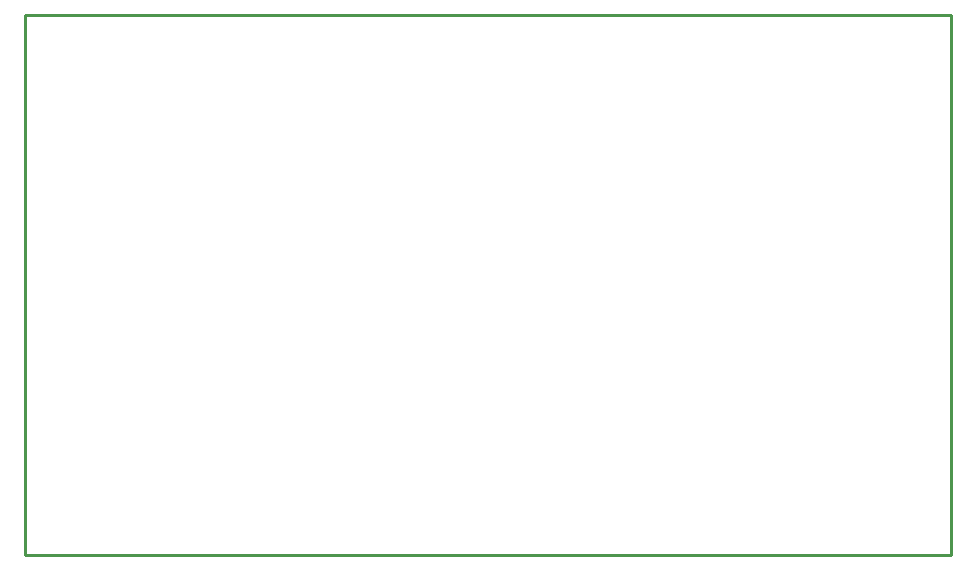
<source format=gbr>
G04 EAGLE Gerber RS-274X export*
G75*
%MOMM*%
%FSLAX34Y34*%
%LPD*%
%IN*%
%IPPOS*%
%AMOC8*
5,1,8,0,0,1.08239X$1,22.5*%
G01*
%ADD10C,0.254000*%


D10*
X12700Y0D02*
X796800Y0D01*
X796800Y457100D01*
X12700Y457100D01*
X12700Y0D01*
M02*

</source>
